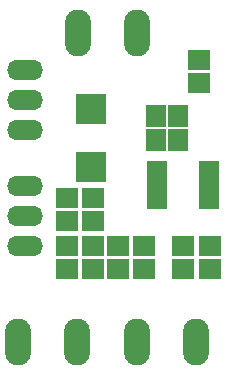
<source format=gts>
G04 #@! TF.GenerationSoftware,KiCad,Pcbnew,5.1.5*
G04 #@! TF.CreationDate,2020-04-17T15:57:54+02:00*
G04 #@! TF.ProjectId,eco_charger_ltc3105,65636f5f-6368-4617-9267-65725f6c7463,rev?*
G04 #@! TF.SameCoordinates,Original*
G04 #@! TF.FileFunction,Soldermask,Top*
G04 #@! TF.FilePolarity,Negative*
%FSLAX46Y46*%
G04 Gerber Fmt 4.6, Leading zero omitted, Abs format (unit mm)*
G04 Created by KiCad (PCBNEW 5.1.5) date 2020-04-17 15:57:54*
%MOMM*%
%LPD*%
G04 APERTURE LIST*
%ADD10R,2.600000X2.500000*%
%ADD11O,2.190700X3.981400*%
%ADD12O,3.041600X1.720800*%
%ADD13R,1.700000X1.900000*%
%ADD14R,1.900000X1.700000*%
%ADD15R,1.797000X0.831800*%
G04 APERTURE END LIST*
D10*
X147151100Y-96102000D03*
X147151100Y-101002000D03*
D11*
X146010000Y-115824000D03*
X141010000Y-115824000D03*
X146090000Y-89662000D03*
X151090000Y-89662000D03*
X156074100Y-115824000D03*
X151074100Y-115824000D03*
D12*
X141605000Y-92837000D03*
X141605000Y-97917000D03*
X141605000Y-95377000D03*
X141605000Y-105156000D03*
X141605000Y-107696000D03*
X141605000Y-102616000D03*
D13*
X152626740Y-96758441D03*
X154526740Y-96758441D03*
D14*
X147320000Y-105598000D03*
X147320000Y-103698000D03*
X151638000Y-109662000D03*
X151638000Y-107762000D03*
X149479000Y-107762000D03*
X149479000Y-109662000D03*
X145161000Y-103698000D03*
X145161000Y-105598000D03*
D15*
X152766700Y-104204200D03*
X152766700Y-103543800D03*
X152766700Y-102908800D03*
X152766700Y-102248400D03*
X152766700Y-101613400D03*
X152766700Y-100953000D03*
X157135500Y-100953000D03*
X157135500Y-101613400D03*
X157135500Y-102248400D03*
X157135500Y-102908800D03*
X157135500Y-103543800D03*
X157135500Y-104204200D03*
D13*
X152626100Y-98778600D03*
X154526100Y-98778600D03*
D14*
X154940000Y-107762000D03*
X154940000Y-109662000D03*
X147320000Y-107762000D03*
X147320000Y-109662000D03*
X145161000Y-107762000D03*
X145161000Y-109662000D03*
X157226000Y-107762000D03*
X157226000Y-109662000D03*
X156337000Y-93914000D03*
X156337000Y-92014000D03*
M02*

</source>
